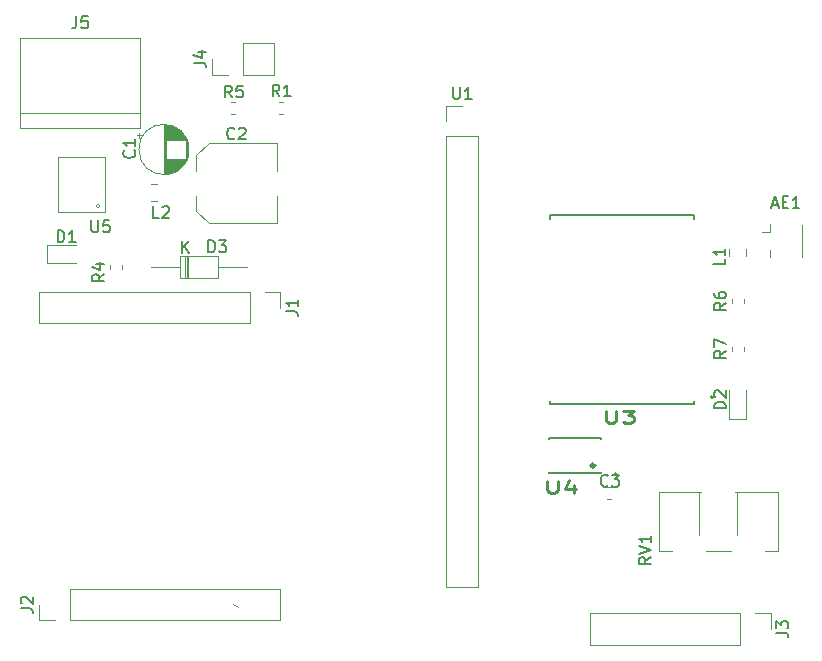
<source format=gbr>
G04 #@! TF.GenerationSoftware,KiCad,Pcbnew,(5.1.7)-1*
G04 #@! TF.CreationDate,2021-01-26T00:26:03+02:00*
G04 #@! TF.ProjectId,LORA,4c4f5241-2e6b-4696-9361-645f70636258,V 2.0*
G04 #@! TF.SameCoordinates,Original*
G04 #@! TF.FileFunction,Legend,Top*
G04 #@! TF.FilePolarity,Positive*
%FSLAX46Y46*%
G04 Gerber Fmt 4.6, Leading zero omitted, Abs format (unit mm)*
G04 Created by KiCad (PCBNEW (5.1.7)-1) date 2021-01-26 00:26:03*
%MOMM*%
%LPD*%
G01*
G04 APERTURE LIST*
%ADD10C,0.120000*%
%ADD11C,0.200000*%
%ADD12C,0.127000*%
%ADD13C,0.300000*%
%ADD14C,0.150000*%
%ADD15C,0.250000*%
G04 APERTURE END LIST*
D10*
X132613400Y-112572800D02*
X132207000Y-112369600D01*
X118873200Y-81967400D02*
X116413200Y-81967400D01*
X116413200Y-81967400D02*
X116413200Y-83437400D01*
X116413200Y-83437400D02*
X118873200Y-83437400D01*
D11*
X172825400Y-94852200D02*
G75*
G03*
X172825400Y-94852200I-100000J0D01*
G01*
D12*
X171225400Y-95172200D02*
X171225400Y-95452200D01*
X171225400Y-95452200D02*
X159025400Y-95452200D01*
X159025400Y-95452200D02*
X159025400Y-95172200D01*
X171225400Y-79732200D02*
X171225400Y-79452200D01*
X171225400Y-79452200D02*
X159025400Y-79452200D01*
X159025400Y-79452200D02*
X159025400Y-79732200D01*
D10*
X135619800Y-67522400D02*
X135619800Y-64862400D01*
X133019800Y-67522400D02*
X135619800Y-67522400D01*
X133019800Y-64862400D02*
X135619800Y-64862400D01*
X133019800Y-67522400D02*
X133019800Y-64862400D01*
X131749800Y-67522400D02*
X130419800Y-67522400D01*
X130419800Y-67522400D02*
X130419800Y-66192400D01*
X162373000Y-113122400D02*
X162373000Y-115782400D01*
X175133000Y-113122400D02*
X162373000Y-113122400D01*
X175133000Y-115782400D02*
X162373000Y-115782400D01*
X175133000Y-113122400D02*
X175133000Y-115782400D01*
X176403000Y-113122400D02*
X177733000Y-113122400D01*
X177733000Y-113122400D02*
X177733000Y-114452400D01*
X150257200Y-110905600D02*
X152917200Y-110905600D01*
X150257200Y-72745600D02*
X150257200Y-110905600D01*
X152917200Y-72745600D02*
X152917200Y-110905600D01*
X150257200Y-72745600D02*
X152917200Y-72745600D01*
X150257200Y-71475600D02*
X150257200Y-70145600D01*
X150257200Y-70145600D02*
X151587200Y-70145600D01*
D12*
X163363000Y-101141200D02*
X163363000Y-101271200D01*
X163363000Y-101271200D02*
X158963000Y-101271200D01*
X158963000Y-101271200D02*
X158963000Y-101141200D01*
X163363000Y-98411200D02*
X163363000Y-98271200D01*
X163363000Y-98271200D02*
X158963000Y-98271200D01*
X158963000Y-98271200D02*
X158963000Y-98411200D01*
D13*
X162813000Y-100641200D02*
G75*
G03*
X162813000Y-100641200I-150000J0D01*
G01*
D14*
X164628000Y-101321200D02*
G75*
G03*
X164628000Y-101321200I-75000J0D01*
G01*
D10*
X168243200Y-107893200D02*
X168243200Y-102852200D01*
X178284200Y-107893200D02*
X178284200Y-102852200D01*
X168243200Y-102852200D02*
X171839200Y-102852200D01*
X174689200Y-102852200D02*
X178284200Y-102852200D01*
X177189200Y-107893200D02*
X178284200Y-107893200D01*
X168243200Y-107893200D02*
X169338200Y-107893200D01*
X172190200Y-107893200D02*
X174339200Y-107893200D01*
X171644200Y-106535200D02*
X171644200Y-102852200D01*
X174884200Y-106535200D02*
X174884200Y-102852200D01*
X172190200Y-107893200D02*
X174339200Y-107893200D01*
X171644200Y-102852200D02*
X171839200Y-102852200D01*
X174689200Y-102852200D02*
X174884200Y-102852200D01*
X132378267Y-70868000D02*
X132035733Y-70868000D01*
X132378267Y-69848000D02*
X132035733Y-69848000D01*
X136113733Y-69848000D02*
X136456267Y-69848000D01*
X136113733Y-70868000D02*
X136456267Y-70868000D01*
X174169400Y-94258200D02*
X174169400Y-96718200D01*
X174169400Y-96718200D02*
X175639400Y-96718200D01*
X175639400Y-96718200D02*
X175639400Y-94258200D01*
X163875933Y-102461600D02*
X164218467Y-102461600D01*
X163875933Y-103481600D02*
X164218467Y-103481600D01*
X180329400Y-80234800D02*
X180329400Y-82934800D01*
X177609400Y-80824800D02*
X176979400Y-80824800D01*
X177609400Y-82984800D02*
X177609400Y-82344800D01*
X177609400Y-80184800D02*
X177609400Y-80824800D01*
X174394400Y-90925467D02*
X174394400Y-90582933D01*
X175414400Y-90925467D02*
X175414400Y-90582933D01*
X174394400Y-86861467D02*
X174394400Y-86518933D01*
X175414400Y-86861467D02*
X175414400Y-86518933D01*
X121765600Y-83954467D02*
X121765600Y-83611933D01*
X122785600Y-83954467D02*
X122785600Y-83611933D01*
X175614400Y-82323148D02*
X175614400Y-82845652D01*
X174194400Y-82323148D02*
X174194400Y-82845652D01*
X136204000Y-113725000D02*
X136204000Y-111065000D01*
X118364000Y-113725000D02*
X136204000Y-113725000D01*
X118364000Y-111065000D02*
X136204000Y-111065000D01*
X118364000Y-113725000D02*
X118364000Y-111065000D01*
X117094000Y-113725000D02*
X115764000Y-113725000D01*
X115764000Y-113725000D02*
X115764000Y-112395000D01*
X115764000Y-85919000D02*
X115764000Y-88579000D01*
X133604000Y-85919000D02*
X115764000Y-85919000D01*
X133604000Y-88579000D02*
X115764000Y-88579000D01*
X133604000Y-85919000D02*
X133604000Y-88579000D01*
X134874000Y-85919000D02*
X136204000Y-85919000D01*
X136204000Y-85919000D02*
X136204000Y-87249000D01*
X128450200Y-73863200D02*
G75*
G03*
X128450200Y-73863200I-2120000J0D01*
G01*
X126330200Y-71783200D02*
X126330200Y-75943200D01*
X126370200Y-71783200D02*
X126370200Y-75943200D01*
X126410200Y-71784200D02*
X126410200Y-75942200D01*
X126450200Y-71786200D02*
X126450200Y-75940200D01*
X126490200Y-71789200D02*
X126490200Y-75937200D01*
X126530200Y-71792200D02*
X126530200Y-73023200D01*
X126530200Y-74703200D02*
X126530200Y-75934200D01*
X126570200Y-71796200D02*
X126570200Y-73023200D01*
X126570200Y-74703200D02*
X126570200Y-75930200D01*
X126610200Y-71801200D02*
X126610200Y-73023200D01*
X126610200Y-74703200D02*
X126610200Y-75925200D01*
X126650200Y-71807200D02*
X126650200Y-73023200D01*
X126650200Y-74703200D02*
X126650200Y-75919200D01*
X126690200Y-71813200D02*
X126690200Y-73023200D01*
X126690200Y-74703200D02*
X126690200Y-75913200D01*
X126730200Y-71821200D02*
X126730200Y-73023200D01*
X126730200Y-74703200D02*
X126730200Y-75905200D01*
X126770200Y-71829200D02*
X126770200Y-73023200D01*
X126770200Y-74703200D02*
X126770200Y-75897200D01*
X126810200Y-71838200D02*
X126810200Y-73023200D01*
X126810200Y-74703200D02*
X126810200Y-75888200D01*
X126850200Y-71847200D02*
X126850200Y-73023200D01*
X126850200Y-74703200D02*
X126850200Y-75879200D01*
X126890200Y-71858200D02*
X126890200Y-73023200D01*
X126890200Y-74703200D02*
X126890200Y-75868200D01*
X126930200Y-71869200D02*
X126930200Y-73023200D01*
X126930200Y-74703200D02*
X126930200Y-75857200D01*
X126970200Y-71881200D02*
X126970200Y-73023200D01*
X126970200Y-74703200D02*
X126970200Y-75845200D01*
X127010200Y-71895200D02*
X127010200Y-73023200D01*
X127010200Y-74703200D02*
X127010200Y-75831200D01*
X127051200Y-71909200D02*
X127051200Y-73023200D01*
X127051200Y-74703200D02*
X127051200Y-75817200D01*
X127091200Y-71923200D02*
X127091200Y-73023200D01*
X127091200Y-74703200D02*
X127091200Y-75803200D01*
X127131200Y-71939200D02*
X127131200Y-73023200D01*
X127131200Y-74703200D02*
X127131200Y-75787200D01*
X127171200Y-71956200D02*
X127171200Y-73023200D01*
X127171200Y-74703200D02*
X127171200Y-75770200D01*
X127211200Y-71974200D02*
X127211200Y-73023200D01*
X127211200Y-74703200D02*
X127211200Y-75752200D01*
X127251200Y-71993200D02*
X127251200Y-73023200D01*
X127251200Y-74703200D02*
X127251200Y-75733200D01*
X127291200Y-72012200D02*
X127291200Y-73023200D01*
X127291200Y-74703200D02*
X127291200Y-75714200D01*
X127331200Y-72033200D02*
X127331200Y-73023200D01*
X127331200Y-74703200D02*
X127331200Y-75693200D01*
X127371200Y-72055200D02*
X127371200Y-73023200D01*
X127371200Y-74703200D02*
X127371200Y-75671200D01*
X127411200Y-72078200D02*
X127411200Y-73023200D01*
X127411200Y-74703200D02*
X127411200Y-75648200D01*
X127451200Y-72103200D02*
X127451200Y-73023200D01*
X127451200Y-74703200D02*
X127451200Y-75623200D01*
X127491200Y-72128200D02*
X127491200Y-73023200D01*
X127491200Y-74703200D02*
X127491200Y-75598200D01*
X127531200Y-72155200D02*
X127531200Y-73023200D01*
X127531200Y-74703200D02*
X127531200Y-75571200D01*
X127571200Y-72183200D02*
X127571200Y-73023200D01*
X127571200Y-74703200D02*
X127571200Y-75543200D01*
X127611200Y-72213200D02*
X127611200Y-73023200D01*
X127611200Y-74703200D02*
X127611200Y-75513200D01*
X127651200Y-72244200D02*
X127651200Y-73023200D01*
X127651200Y-74703200D02*
X127651200Y-75482200D01*
X127691200Y-72276200D02*
X127691200Y-73023200D01*
X127691200Y-74703200D02*
X127691200Y-75450200D01*
X127731200Y-72311200D02*
X127731200Y-73023200D01*
X127731200Y-74703200D02*
X127731200Y-75415200D01*
X127771200Y-72347200D02*
X127771200Y-73023200D01*
X127771200Y-74703200D02*
X127771200Y-75379200D01*
X127811200Y-72385200D02*
X127811200Y-73023200D01*
X127811200Y-74703200D02*
X127811200Y-75341200D01*
X127851200Y-72425200D02*
X127851200Y-73023200D01*
X127851200Y-74703200D02*
X127851200Y-75301200D01*
X127891200Y-72467200D02*
X127891200Y-73023200D01*
X127891200Y-74703200D02*
X127891200Y-75259200D01*
X127931200Y-72512200D02*
X127931200Y-73023200D01*
X127931200Y-74703200D02*
X127931200Y-75214200D01*
X127971200Y-72559200D02*
X127971200Y-73023200D01*
X127971200Y-74703200D02*
X127971200Y-75167200D01*
X128011200Y-72609200D02*
X128011200Y-73023200D01*
X128011200Y-74703200D02*
X128011200Y-75117200D01*
X128051200Y-72663200D02*
X128051200Y-73023200D01*
X128051200Y-74703200D02*
X128051200Y-75063200D01*
X128091200Y-72721200D02*
X128091200Y-73023200D01*
X128091200Y-74703200D02*
X128091200Y-75005200D01*
X128131200Y-72783200D02*
X128131200Y-73023200D01*
X128131200Y-74703200D02*
X128131200Y-74943200D01*
X128171200Y-72850200D02*
X128171200Y-74876200D01*
X128211200Y-72923200D02*
X128211200Y-74803200D01*
X128251200Y-73004200D02*
X128251200Y-74722200D01*
X128291200Y-73095200D02*
X128291200Y-74631200D01*
X128331200Y-73199200D02*
X128331200Y-74527200D01*
X128371200Y-73326200D02*
X128371200Y-74400200D01*
X128411200Y-73493200D02*
X128411200Y-74233200D01*
X124060399Y-72668200D02*
X124460399Y-72668200D01*
X124260399Y-72468200D02*
X124260399Y-72868200D01*
X135868500Y-80118000D02*
X135868500Y-77768000D01*
X135868500Y-73298000D02*
X135868500Y-75648000D01*
X130112937Y-73298000D02*
X135868500Y-73298000D01*
X130112937Y-80118000D02*
X135868500Y-80118000D01*
X129048500Y-79053563D02*
X129048500Y-77768000D01*
X129048500Y-74362437D02*
X129048500Y-75648000D01*
X129048500Y-74362437D02*
X130112937Y-73298000D01*
X129048500Y-79053563D02*
X130112937Y-80118000D01*
X127671400Y-82925400D02*
X127671400Y-84765400D01*
X127671400Y-84765400D02*
X130951400Y-84765400D01*
X130951400Y-84765400D02*
X130951400Y-82925400D01*
X130951400Y-82925400D02*
X127671400Y-82925400D01*
X125221400Y-83845400D02*
X127671400Y-83845400D01*
X133401400Y-83845400D02*
X130951400Y-83845400D01*
X128247400Y-82925400D02*
X128247400Y-84765400D01*
X128367400Y-82925400D02*
X128367400Y-84765400D01*
X128127400Y-82925400D02*
X128127400Y-84765400D01*
X124333000Y-70764400D02*
X114173000Y-70764400D01*
X124333000Y-72034400D02*
X124333000Y-64414400D01*
X124333000Y-64414400D02*
X114173000Y-64414400D01*
X114173000Y-64414400D02*
X114173000Y-72034400D01*
X114173000Y-72034400D02*
X124333000Y-72034400D01*
X125231148Y-76785400D02*
X125753652Y-76785400D01*
X125231148Y-78205400D02*
X125753652Y-78205400D01*
X120923363Y-78650400D02*
G75*
G03*
X120923363Y-78650400I-155563J0D01*
G01*
X117387800Y-74540400D02*
X121337800Y-74540400D01*
X117387800Y-79190400D02*
X117387800Y-74540400D01*
X121337800Y-79190400D02*
X117387800Y-79190400D01*
X121337800Y-74540400D02*
X121337800Y-79190400D01*
D14*
X117335104Y-81724780D02*
X117335104Y-80724780D01*
X117573200Y-80724780D01*
X117716057Y-80772400D01*
X117811295Y-80867638D01*
X117858914Y-80962876D01*
X117906533Y-81153352D01*
X117906533Y-81296209D01*
X117858914Y-81486685D01*
X117811295Y-81581923D01*
X117716057Y-81677161D01*
X117573200Y-81724780D01*
X117335104Y-81724780D01*
X118858914Y-81724780D02*
X118287485Y-81724780D01*
X118573200Y-81724780D02*
X118573200Y-80724780D01*
X118477961Y-80867638D01*
X118382723Y-80962876D01*
X118287485Y-81010495D01*
D15*
X163753942Y-95997780D02*
X163753942Y-96807304D01*
X163825371Y-96902542D01*
X163896800Y-96950161D01*
X164039657Y-96997780D01*
X164325371Y-96997780D01*
X164468228Y-96950161D01*
X164539657Y-96902542D01*
X164611085Y-96807304D01*
X164611085Y-95997780D01*
X165182514Y-95997780D02*
X166111085Y-95997780D01*
X165611085Y-96378733D01*
X165825371Y-96378733D01*
X165968228Y-96426352D01*
X166039657Y-96473971D01*
X166111085Y-96569209D01*
X166111085Y-96807304D01*
X166039657Y-96902542D01*
X165968228Y-96950161D01*
X165825371Y-96997780D01*
X165396800Y-96997780D01*
X165253942Y-96950161D01*
X165182514Y-96902542D01*
D14*
X128872180Y-66525733D02*
X129586466Y-66525733D01*
X129729323Y-66573352D01*
X129824561Y-66668590D01*
X129872180Y-66811447D01*
X129872180Y-66906685D01*
X129205514Y-65620971D02*
X129872180Y-65620971D01*
X128824561Y-65859066D02*
X129538847Y-66097161D01*
X129538847Y-65478114D01*
X178185380Y-114785733D02*
X178899666Y-114785733D01*
X179042523Y-114833352D01*
X179137761Y-114928590D01*
X179185380Y-115071447D01*
X179185380Y-115166685D01*
X178185380Y-114404780D02*
X178185380Y-113785733D01*
X178566333Y-114119066D01*
X178566333Y-113976209D01*
X178613952Y-113880971D01*
X178661571Y-113833352D01*
X178756809Y-113785733D01*
X178994904Y-113785733D01*
X179090142Y-113833352D01*
X179137761Y-113880971D01*
X179185380Y-113976209D01*
X179185380Y-114261923D01*
X179137761Y-114357161D01*
X179090142Y-114404780D01*
X150825295Y-68597980D02*
X150825295Y-69407504D01*
X150872914Y-69502742D01*
X150920533Y-69550361D01*
X151015771Y-69597980D01*
X151206247Y-69597980D01*
X151301485Y-69550361D01*
X151349104Y-69502742D01*
X151396723Y-69407504D01*
X151396723Y-68597980D01*
X152396723Y-69597980D02*
X151825295Y-69597980D01*
X152111009Y-69597980D02*
X152111009Y-68597980D01*
X152015771Y-68740838D01*
X151920533Y-68836076D01*
X151825295Y-68883695D01*
D15*
X158800942Y-101915980D02*
X158800942Y-102725504D01*
X158872371Y-102820742D01*
X158943800Y-102868361D01*
X159086657Y-102915980D01*
X159372371Y-102915980D01*
X159515228Y-102868361D01*
X159586657Y-102820742D01*
X159658085Y-102725504D01*
X159658085Y-101915980D01*
X161015228Y-102249314D02*
X161015228Y-102915980D01*
X160658085Y-101868361D02*
X160300942Y-102582647D01*
X161229514Y-102582647D01*
D14*
X167566580Y-108367438D02*
X167090390Y-108700771D01*
X167566580Y-108938866D02*
X166566580Y-108938866D01*
X166566580Y-108557914D01*
X166614200Y-108462676D01*
X166661819Y-108415057D01*
X166757057Y-108367438D01*
X166899914Y-108367438D01*
X166995152Y-108415057D01*
X167042771Y-108462676D01*
X167090390Y-108557914D01*
X167090390Y-108938866D01*
X166566580Y-108081723D02*
X167566580Y-107748390D01*
X166566580Y-107415057D01*
X167566580Y-106557914D02*
X167566580Y-107129342D01*
X167566580Y-106843628D02*
X166566580Y-106843628D01*
X166709438Y-106938866D01*
X166804676Y-107034104D01*
X166852295Y-107129342D01*
X132091133Y-69464180D02*
X131757800Y-68987990D01*
X131519704Y-69464180D02*
X131519704Y-68464180D01*
X131900657Y-68464180D01*
X131995895Y-68511800D01*
X132043514Y-68559419D01*
X132091133Y-68654657D01*
X132091133Y-68797514D01*
X132043514Y-68892752D01*
X131995895Y-68940371D01*
X131900657Y-68987990D01*
X131519704Y-68987990D01*
X132995895Y-68464180D02*
X132519704Y-68464180D01*
X132472085Y-68940371D01*
X132519704Y-68892752D01*
X132614942Y-68845133D01*
X132853038Y-68845133D01*
X132948276Y-68892752D01*
X132995895Y-68940371D01*
X133043514Y-69035609D01*
X133043514Y-69273704D01*
X132995895Y-69368942D01*
X132948276Y-69416561D01*
X132853038Y-69464180D01*
X132614942Y-69464180D01*
X132519704Y-69416561D01*
X132472085Y-69368942D01*
X136118333Y-69380380D02*
X135785000Y-68904190D01*
X135546904Y-69380380D02*
X135546904Y-68380380D01*
X135927857Y-68380380D01*
X136023095Y-68428000D01*
X136070714Y-68475619D01*
X136118333Y-68570857D01*
X136118333Y-68713714D01*
X136070714Y-68808952D01*
X136023095Y-68856571D01*
X135927857Y-68904190D01*
X135546904Y-68904190D01*
X137070714Y-69380380D02*
X136499285Y-69380380D01*
X136785000Y-69380380D02*
X136785000Y-68380380D01*
X136689761Y-68523238D01*
X136594523Y-68618476D01*
X136499285Y-68666095D01*
X173926780Y-95796295D02*
X172926780Y-95796295D01*
X172926780Y-95558200D01*
X172974400Y-95415342D01*
X173069638Y-95320104D01*
X173164876Y-95272485D01*
X173355352Y-95224866D01*
X173498209Y-95224866D01*
X173688685Y-95272485D01*
X173783923Y-95320104D01*
X173879161Y-95415342D01*
X173926780Y-95558200D01*
X173926780Y-95796295D01*
X173022019Y-94843914D02*
X172974400Y-94796295D01*
X172926780Y-94701057D01*
X172926780Y-94462961D01*
X172974400Y-94367723D01*
X173022019Y-94320104D01*
X173117257Y-94272485D01*
X173212495Y-94272485D01*
X173355352Y-94320104D01*
X173926780Y-94891533D01*
X173926780Y-94272485D01*
X163917333Y-102312742D02*
X163869714Y-102360361D01*
X163726857Y-102407980D01*
X163631619Y-102407980D01*
X163488761Y-102360361D01*
X163393523Y-102265123D01*
X163345904Y-102169885D01*
X163298285Y-101979409D01*
X163298285Y-101836552D01*
X163345904Y-101646076D01*
X163393523Y-101550838D01*
X163488761Y-101455600D01*
X163631619Y-101407980D01*
X163726857Y-101407980D01*
X163869714Y-101455600D01*
X163917333Y-101503219D01*
X164250666Y-101407980D02*
X164869714Y-101407980D01*
X164536380Y-101788933D01*
X164679238Y-101788933D01*
X164774476Y-101836552D01*
X164822095Y-101884171D01*
X164869714Y-101979409D01*
X164869714Y-102217504D01*
X164822095Y-102312742D01*
X164774476Y-102360361D01*
X164679238Y-102407980D01*
X164393523Y-102407980D01*
X164298285Y-102360361D01*
X164250666Y-102312742D01*
X177802733Y-78551466D02*
X178278923Y-78551466D01*
X177707495Y-78837180D02*
X178040828Y-77837180D01*
X178374161Y-78837180D01*
X178707495Y-78313371D02*
X179040828Y-78313371D01*
X179183685Y-78837180D02*
X178707495Y-78837180D01*
X178707495Y-77837180D01*
X179183685Y-77837180D01*
X180136066Y-78837180D02*
X179564638Y-78837180D01*
X179850352Y-78837180D02*
X179850352Y-77837180D01*
X179755114Y-77980038D01*
X179659876Y-78075276D01*
X179564638Y-78122895D01*
X173926780Y-90920866D02*
X173450590Y-91254200D01*
X173926780Y-91492295D02*
X172926780Y-91492295D01*
X172926780Y-91111342D01*
X172974400Y-91016104D01*
X173022019Y-90968485D01*
X173117257Y-90920866D01*
X173260114Y-90920866D01*
X173355352Y-90968485D01*
X173402971Y-91016104D01*
X173450590Y-91111342D01*
X173450590Y-91492295D01*
X172926780Y-90587533D02*
X172926780Y-89920866D01*
X173926780Y-90349438D01*
X173926780Y-86856866D02*
X173450590Y-87190200D01*
X173926780Y-87428295D02*
X172926780Y-87428295D01*
X172926780Y-87047342D01*
X172974400Y-86952104D01*
X173022019Y-86904485D01*
X173117257Y-86856866D01*
X173260114Y-86856866D01*
X173355352Y-86904485D01*
X173402971Y-86952104D01*
X173450590Y-87047342D01*
X173450590Y-87428295D01*
X172926780Y-85999723D02*
X172926780Y-86190200D01*
X172974400Y-86285438D01*
X173022019Y-86333057D01*
X173164876Y-86428295D01*
X173355352Y-86475914D01*
X173736304Y-86475914D01*
X173831542Y-86428295D01*
X173879161Y-86380676D01*
X173926780Y-86285438D01*
X173926780Y-86094961D01*
X173879161Y-85999723D01*
X173831542Y-85952104D01*
X173736304Y-85904485D01*
X173498209Y-85904485D01*
X173402971Y-85952104D01*
X173355352Y-85999723D01*
X173307733Y-86094961D01*
X173307733Y-86285438D01*
X173355352Y-86380676D01*
X173402971Y-86428295D01*
X173498209Y-86475914D01*
X121280180Y-84418466D02*
X120803990Y-84751800D01*
X121280180Y-84989895D02*
X120280180Y-84989895D01*
X120280180Y-84608942D01*
X120327800Y-84513704D01*
X120375419Y-84466085D01*
X120470657Y-84418466D01*
X120613514Y-84418466D01*
X120708752Y-84466085D01*
X120756371Y-84513704D01*
X120803990Y-84608942D01*
X120803990Y-84989895D01*
X120613514Y-83561323D02*
X121280180Y-83561323D01*
X120232561Y-83799419D02*
X120946847Y-84037514D01*
X120946847Y-83418466D01*
X173858180Y-83123066D02*
X173858180Y-83599257D01*
X172858180Y-83599257D01*
X173858180Y-82265923D02*
X173858180Y-82837352D01*
X173858180Y-82551638D02*
X172858180Y-82551638D01*
X173001038Y-82646876D01*
X173096276Y-82742114D01*
X173143895Y-82837352D01*
X114216380Y-112728333D02*
X114930666Y-112728333D01*
X115073523Y-112775952D01*
X115168761Y-112871190D01*
X115216380Y-113014047D01*
X115216380Y-113109285D01*
X114311619Y-112299761D02*
X114264000Y-112252142D01*
X114216380Y-112156904D01*
X114216380Y-111918809D01*
X114264000Y-111823571D01*
X114311619Y-111775952D01*
X114406857Y-111728333D01*
X114502095Y-111728333D01*
X114644952Y-111775952D01*
X115216380Y-112347380D01*
X115216380Y-111728333D01*
X136656380Y-87582333D02*
X137370666Y-87582333D01*
X137513523Y-87629952D01*
X137608761Y-87725190D01*
X137656380Y-87868047D01*
X137656380Y-87963285D01*
X137656380Y-86582333D02*
X137656380Y-87153761D01*
X137656380Y-86868047D02*
X136656380Y-86868047D01*
X136799238Y-86963285D01*
X136894476Y-87058523D01*
X136942095Y-87153761D01*
X123807742Y-73953666D02*
X123855361Y-74001285D01*
X123902980Y-74144142D01*
X123902980Y-74239380D01*
X123855361Y-74382238D01*
X123760123Y-74477476D01*
X123664885Y-74525095D01*
X123474409Y-74572714D01*
X123331552Y-74572714D01*
X123141076Y-74525095D01*
X123045838Y-74477476D01*
X122950600Y-74382238D01*
X122902980Y-74239380D01*
X122902980Y-74144142D01*
X122950600Y-74001285D01*
X122998219Y-73953666D01*
X123902980Y-73001285D02*
X123902980Y-73572714D01*
X123902980Y-73287000D02*
X122902980Y-73287000D01*
X123045838Y-73382238D01*
X123141076Y-73477476D01*
X123188695Y-73572714D01*
X132294333Y-72924942D02*
X132246714Y-72972561D01*
X132103857Y-73020180D01*
X132008619Y-73020180D01*
X131865761Y-72972561D01*
X131770523Y-72877323D01*
X131722904Y-72782085D01*
X131675285Y-72591609D01*
X131675285Y-72448752D01*
X131722904Y-72258276D01*
X131770523Y-72163038D01*
X131865761Y-72067800D01*
X132008619Y-72020180D01*
X132103857Y-72020180D01*
X132246714Y-72067800D01*
X132294333Y-72115419D01*
X132675285Y-72115419D02*
X132722904Y-72067800D01*
X132818142Y-72020180D01*
X133056238Y-72020180D01*
X133151476Y-72067800D01*
X133199095Y-72115419D01*
X133246714Y-72210657D01*
X133246714Y-72305895D01*
X133199095Y-72448752D01*
X132627666Y-73020180D01*
X133246714Y-73020180D01*
X130097304Y-82570580D02*
X130097304Y-81570580D01*
X130335400Y-81570580D01*
X130478257Y-81618200D01*
X130573495Y-81713438D01*
X130621114Y-81808676D01*
X130668733Y-81999152D01*
X130668733Y-82142009D01*
X130621114Y-82332485D01*
X130573495Y-82427723D01*
X130478257Y-82522961D01*
X130335400Y-82570580D01*
X130097304Y-82570580D01*
X131002066Y-81570580D02*
X131621114Y-81570580D01*
X131287780Y-81951533D01*
X131430638Y-81951533D01*
X131525876Y-81999152D01*
X131573495Y-82046771D01*
X131621114Y-82142009D01*
X131621114Y-82380104D01*
X131573495Y-82475342D01*
X131525876Y-82522961D01*
X131430638Y-82570580D01*
X131144923Y-82570580D01*
X131049685Y-82522961D01*
X131002066Y-82475342D01*
X127906495Y-82595980D02*
X127906495Y-81595980D01*
X128477923Y-82595980D02*
X128049352Y-82024552D01*
X128477923Y-81595980D02*
X127906495Y-82167409D01*
X118919666Y-62596780D02*
X118919666Y-63311066D01*
X118872047Y-63453923D01*
X118776809Y-63549161D01*
X118633952Y-63596780D01*
X118538714Y-63596780D01*
X119872047Y-62596780D02*
X119395857Y-62596780D01*
X119348238Y-63072971D01*
X119395857Y-63025352D01*
X119491095Y-62977733D01*
X119729190Y-62977733D01*
X119824428Y-63025352D01*
X119872047Y-63072971D01*
X119919666Y-63168209D01*
X119919666Y-63406304D01*
X119872047Y-63501542D01*
X119824428Y-63549161D01*
X119729190Y-63596780D01*
X119491095Y-63596780D01*
X119395857Y-63549161D01*
X119348238Y-63501542D01*
X125918933Y-79649580D02*
X125442742Y-79649580D01*
X125442742Y-78649580D01*
X126204647Y-78744819D02*
X126252266Y-78697200D01*
X126347504Y-78649580D01*
X126585600Y-78649580D01*
X126680838Y-78697200D01*
X126728457Y-78744819D01*
X126776076Y-78840057D01*
X126776076Y-78935295D01*
X126728457Y-79078152D01*
X126157028Y-79649580D01*
X126776076Y-79649580D01*
X120192895Y-79868780D02*
X120192895Y-80678304D01*
X120240514Y-80773542D01*
X120288133Y-80821161D01*
X120383371Y-80868780D01*
X120573847Y-80868780D01*
X120669085Y-80821161D01*
X120716704Y-80773542D01*
X120764323Y-80678304D01*
X120764323Y-79868780D01*
X121716704Y-79868780D02*
X121240514Y-79868780D01*
X121192895Y-80344971D01*
X121240514Y-80297352D01*
X121335752Y-80249733D01*
X121573847Y-80249733D01*
X121669085Y-80297352D01*
X121716704Y-80344971D01*
X121764323Y-80440209D01*
X121764323Y-80678304D01*
X121716704Y-80773542D01*
X121669085Y-80821161D01*
X121573847Y-80868780D01*
X121335752Y-80868780D01*
X121240514Y-80821161D01*
X121192895Y-80773542D01*
M02*

</source>
